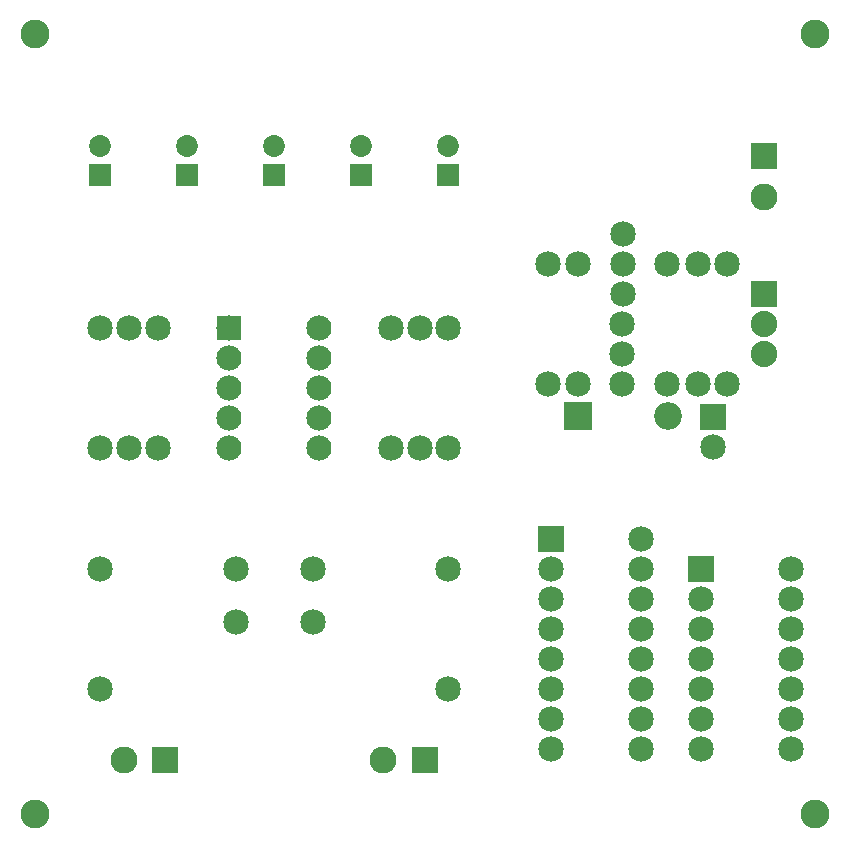
<source format=gbs>
G04 MADE WITH FRITZING*
G04 WWW.FRITZING.ORG*
G04 DOUBLE SIDED*
G04 HOLES PLATED*
G04 CONTOUR ON CENTER OF CONTOUR VECTOR*
%ASAXBY*%
%FSLAX23Y23*%
%MOIN*%
%OFA0B0*%
%SFA1.0B1.0*%
%ADD10C,0.085000*%
%ADD11C,0.092000*%
%ADD12C,0.088000*%
%ADD13C,0.084000*%
%ADD14C,0.072992*%
%ADD15C,0.090000*%
%ADD16C,0.096614*%
%ADD17R,0.092000X0.092000*%
%ADD18R,0.085000X0.085000*%
%ADD19R,0.088000X0.088000*%
%ADD20R,0.084000X0.084000*%
%ADD21R,0.072992X0.072992*%
%ADD22R,0.090000X0.090000*%
%LNMASK0*%
G90*
G70*
G54D10*
X1456Y496D03*
X1456Y896D03*
X297Y496D03*
X297Y896D03*
X1456Y1299D03*
X1456Y1699D03*
X296Y1299D03*
X296Y1699D03*
X1788Y1913D03*
X1788Y1513D03*
X2187Y1913D03*
X2187Y1513D03*
X2387Y1913D03*
X2387Y1513D03*
X1888Y1513D03*
X1888Y1913D03*
X2288Y1913D03*
X2288Y1513D03*
G54D11*
X1890Y1406D03*
X2188Y1406D03*
G54D10*
X2300Y896D03*
X2600Y896D03*
X2300Y796D03*
X2600Y796D03*
X2300Y696D03*
X2600Y696D03*
X2300Y596D03*
X2600Y596D03*
X2300Y496D03*
X2600Y496D03*
X2300Y396D03*
X2600Y396D03*
X2300Y296D03*
X2600Y296D03*
X1800Y996D03*
X2100Y996D03*
X1800Y896D03*
X2100Y896D03*
X1800Y796D03*
X2100Y796D03*
X1800Y696D03*
X2100Y696D03*
X1800Y596D03*
X2100Y596D03*
X1800Y496D03*
X2100Y496D03*
X1800Y396D03*
X2100Y396D03*
X1800Y296D03*
X2100Y296D03*
X2037Y1513D03*
X2037Y1613D03*
X2037Y1713D03*
X2038Y2013D03*
X2038Y1913D03*
X2038Y1813D03*
X2340Y1401D03*
X2340Y1301D03*
G54D12*
X2508Y1811D03*
X2508Y1711D03*
X2508Y1611D03*
G54D13*
X725Y1699D03*
X725Y1599D03*
X725Y1499D03*
X725Y1399D03*
X725Y1300D03*
X1026Y1300D03*
X1025Y1399D03*
X1025Y1499D03*
X1025Y1599D03*
X1026Y1699D03*
X725Y1699D03*
X725Y1599D03*
X725Y1499D03*
X725Y1399D03*
X725Y1300D03*
X1026Y1300D03*
X1025Y1399D03*
X1025Y1499D03*
X1025Y1599D03*
X1026Y1699D03*
G54D10*
X1362Y1299D03*
X1362Y1699D03*
X488Y1299D03*
X488Y1699D03*
X392Y1299D03*
X392Y1699D03*
X1267Y1299D03*
X1267Y1699D03*
G54D14*
X1457Y2208D03*
X1457Y2307D03*
X1167Y2208D03*
X1167Y2307D03*
X877Y2208D03*
X877Y2307D03*
X587Y2208D03*
X587Y2307D03*
X297Y2208D03*
X297Y2307D03*
G54D10*
X1005Y719D03*
X749Y719D03*
X1005Y896D03*
X749Y896D03*
G54D15*
X1378Y258D03*
X1240Y258D03*
X511Y258D03*
X374Y258D03*
X2508Y2272D03*
X2508Y2134D03*
G54D16*
X78Y2678D03*
X2678Y2678D03*
X2678Y78D03*
X78Y78D03*
G54D17*
X1889Y1406D03*
G54D18*
X2300Y896D03*
X1800Y996D03*
X2340Y1401D03*
G54D19*
X2508Y1811D03*
G54D20*
X726Y1698D03*
G54D21*
X1457Y2208D03*
X1167Y2208D03*
X877Y2208D03*
X587Y2208D03*
X297Y2208D03*
G54D22*
X1378Y258D03*
X511Y258D03*
X2508Y2272D03*
G04 End of Mask0*
M02*
</source>
